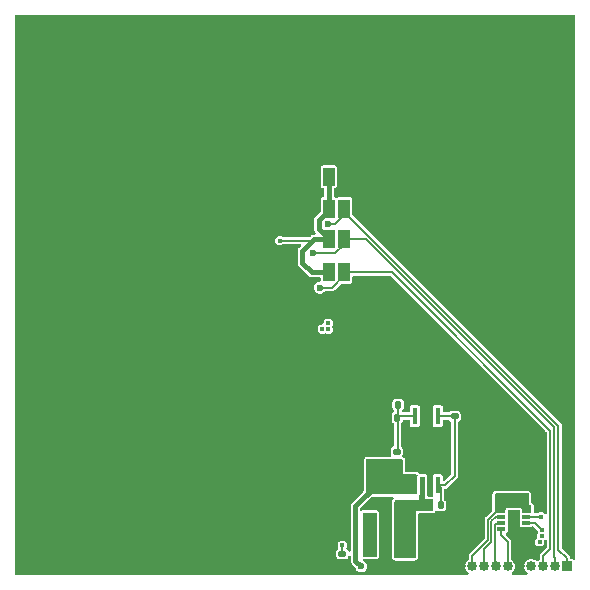
<source format=gbl>
G04 #@! TF.GenerationSoftware,KiCad,Pcbnew,(6.0.1)*
G04 #@! TF.CreationDate,2023-05-09T20:22:02-04:00*
G04 #@! TF.ProjectId,ExternalFaces,45787465-726e-4616-9c46-616365732e6b,rev?*
G04 #@! TF.SameCoordinates,Original*
G04 #@! TF.FileFunction,Copper,L8,Bot*
G04 #@! TF.FilePolarity,Positive*
%FSLAX46Y46*%
G04 Gerber Fmt 4.6, Leading zero omitted, Abs format (unit mm)*
G04 Created by KiCad (PCBNEW (6.0.1)) date 2023-05-09 20:22:02*
%MOMM*%
%LPD*%
G01*
G04 APERTURE LIST*
G04 Aperture macros list*
%AMRoundRect*
0 Rectangle with rounded corners*
0 $1 Rounding radius*
0 $2 $3 $4 $5 $6 $7 $8 $9 X,Y pos of 4 corners*
0 Add a 4 corners polygon primitive as box body*
4,1,4,$2,$3,$4,$5,$6,$7,$8,$9,$2,$3,0*
0 Add four circle primitives for the rounded corners*
1,1,$1+$1,$2,$3*
1,1,$1+$1,$4,$5*
1,1,$1+$1,$6,$7*
1,1,$1+$1,$8,$9*
0 Add four rect primitives between the rounded corners*
20,1,$1+$1,$2,$3,$4,$5,0*
20,1,$1+$1,$4,$5,$6,$7,0*
20,1,$1+$1,$6,$7,$8,$9,0*
20,1,$1+$1,$8,$9,$2,$3,0*%
G04 Aperture macros list end*
G04 #@! TA.AperFunction,SMDPad,CuDef*
%ADD10RoundRect,0.135000X0.185000X-0.135000X0.185000X0.135000X-0.185000X0.135000X-0.185000X-0.135000X0*%
G04 #@! TD*
G04 #@! TA.AperFunction,SMDPad,CuDef*
%ADD11R,1.000000X1.500000*%
G04 #@! TD*
G04 #@! TA.AperFunction,SMDPad,CuDef*
%ADD12RoundRect,0.140000X-0.170000X0.140000X-0.170000X-0.140000X0.170000X-0.140000X0.170000X0.140000X0*%
G04 #@! TD*
G04 #@! TA.AperFunction,SMDPad,CuDef*
%ADD13RoundRect,0.140000X0.170000X-0.140000X0.170000X0.140000X-0.170000X0.140000X-0.170000X-0.140000X0*%
G04 #@! TD*
G04 #@! TA.AperFunction,ComponentPad*
%ADD14R,0.850000X0.850000*%
G04 #@! TD*
G04 #@! TA.AperFunction,ComponentPad*
%ADD15O,0.850000X0.850000*%
G04 #@! TD*
G04 #@! TA.AperFunction,SMDPad,CuDef*
%ADD16R,0.450000X1.475000*%
G04 #@! TD*
G04 #@! TA.AperFunction,SMDPad,CuDef*
%ADD17R,0.700000X0.300000*%
G04 #@! TD*
G04 #@! TA.AperFunction,SMDPad,CuDef*
%ADD18R,1.000000X1.700000*%
G04 #@! TD*
G04 #@! TA.AperFunction,SMDPad,CuDef*
%ADD19RoundRect,0.135000X0.135000X0.185000X-0.135000X0.185000X-0.135000X-0.185000X0.135000X-0.185000X0*%
G04 #@! TD*
G04 #@! TA.AperFunction,SMDPad,CuDef*
%ADD20R,1.200000X3.700000*%
G04 #@! TD*
G04 #@! TA.AperFunction,SMDPad,CuDef*
%ADD21RoundRect,0.140000X0.140000X0.170000X-0.140000X0.170000X-0.140000X-0.170000X0.140000X-0.170000X0*%
G04 #@! TD*
G04 #@! TA.AperFunction,SMDPad,CuDef*
%ADD22R,0.900000X1.200000*%
G04 #@! TD*
G04 #@! TA.AperFunction,ViaPad*
%ADD23C,0.600000*%
G04 #@! TD*
G04 #@! TA.AperFunction,ViaPad*
%ADD24C,0.400000*%
G04 #@! TD*
G04 #@! TA.AperFunction,Conductor*
%ADD25C,0.200000*%
G04 #@! TD*
G04 #@! TA.AperFunction,Conductor*
%ADD26C,0.400000*%
G04 #@! TD*
G04 APERTURE END LIST*
D10*
X139000000Y-111010000D03*
X139000000Y-109990000D03*
D11*
X133250000Y-86700000D03*
X134550000Y-86700000D03*
D12*
X143900000Y-106020000D03*
X143900000Y-106980000D03*
D13*
X148800000Y-113880000D03*
X148800000Y-112920000D03*
D14*
X153400000Y-119700000D03*
D15*
X152400000Y-119700000D03*
X151400000Y-119700000D03*
X150400000Y-119700000D03*
X149400000Y-119700000D03*
X148400000Y-119700000D03*
X147400000Y-119700000D03*
X146400000Y-119700000D03*
X145400000Y-119700000D03*
X144400000Y-119700000D03*
D13*
X137900000Y-110980000D03*
X137900000Y-110020000D03*
D16*
X142475000Y-112838000D03*
X141825000Y-112838000D03*
X141175000Y-112838000D03*
X140525000Y-112838000D03*
X140525000Y-106962000D03*
X141175000Y-106962000D03*
X141825000Y-106962000D03*
X142475000Y-106962000D03*
D17*
X149950000Y-115012500D03*
X149950000Y-115512500D03*
X149950000Y-116012500D03*
X149950000Y-116512500D03*
X147850000Y-116512500D03*
X147850000Y-116012500D03*
X147850000Y-115512500D03*
X147850000Y-115012500D03*
D18*
X148900000Y-115762500D03*
D19*
X139110000Y-106000000D03*
X138090000Y-106000000D03*
D20*
X139500000Y-117000000D03*
X136700000Y-117000000D03*
D12*
X149800000Y-112920000D03*
X149800000Y-113880000D03*
D11*
X133250000Y-94800000D03*
X134550000Y-94800000D03*
D13*
X136800000Y-110980000D03*
X136800000Y-110020000D03*
X147800000Y-113880000D03*
X147800000Y-112920000D03*
D11*
X133250000Y-92000000D03*
X134550000Y-92000000D03*
X133250000Y-89400000D03*
X134550000Y-89400000D03*
D21*
X139060000Y-107100000D03*
X138100000Y-107100000D03*
D12*
X134400000Y-118620000D03*
X134400000Y-119580000D03*
D22*
X138850000Y-112700000D03*
X135550000Y-112700000D03*
D19*
X142710000Y-114500000D03*
X141690000Y-114500000D03*
D23*
X131900000Y-93200000D03*
X108800000Y-118400000D03*
X152300000Y-102700000D03*
X129600000Y-118400000D03*
X152300000Y-93366666D03*
X124500000Y-90800000D03*
X141600000Y-118000000D03*
X124500000Y-99400000D03*
X152300000Y-74700000D03*
X119200000Y-118400000D03*
X127900000Y-90800000D03*
X153600000Y-117500000D03*
X152500000Y-105900000D03*
X152300000Y-84033333D03*
D24*
X129100000Y-92100000D03*
D23*
X133200000Y-90700000D03*
X132500000Y-96100000D03*
X136500000Y-117600000D03*
D24*
X134400000Y-117900000D03*
X132700000Y-99600000D03*
X151200000Y-115500000D03*
X151300000Y-117100000D03*
X133200000Y-99100000D03*
X151300000Y-116600000D03*
X151100000Y-117600000D03*
X133200000Y-99600000D03*
D23*
X136000000Y-119700000D03*
D25*
X133800000Y-93200000D02*
X134550000Y-92450000D01*
X152300000Y-118900000D02*
X152400000Y-119000000D01*
X152300000Y-118900000D02*
X152300000Y-107890584D01*
X152300000Y-107890584D02*
X136409416Y-92000000D01*
X131900000Y-93200000D02*
X133800000Y-93200000D01*
X152400000Y-119000000D02*
X152400000Y-119700000D01*
X136409416Y-92000000D02*
X134550000Y-92000000D01*
X134550000Y-92450000D02*
X134550000Y-92000000D01*
D26*
X131000000Y-93000000D02*
X131000000Y-94000000D01*
X132400000Y-90400000D02*
X132400000Y-91150000D01*
X131000000Y-94000000D02*
X131800000Y-94800000D01*
X131800000Y-94800000D02*
X133250000Y-94800000D01*
X133250000Y-89400000D02*
X133250000Y-86800000D01*
X132400000Y-91150000D02*
X133250000Y-92000000D01*
D25*
X133150000Y-92100000D02*
X133250000Y-92000000D01*
X129100000Y-92100000D02*
X133150000Y-92100000D01*
D26*
X133250000Y-89400000D02*
X133250000Y-89550000D01*
X133250000Y-89550000D02*
X132400000Y-90400000D01*
X132000000Y-92000000D02*
X131000000Y-93000000D01*
X133250000Y-92000000D02*
X132000000Y-92000000D01*
D25*
X153400000Y-119000000D02*
X153400000Y-119700000D01*
X133800000Y-90700000D02*
X133200000Y-90700000D01*
X134550000Y-89950000D02*
X133800000Y-90700000D01*
X134550000Y-89400000D02*
X134550000Y-89850000D01*
X152679002Y-118279002D02*
X153400000Y-119000000D01*
X134550000Y-89850000D02*
X134550000Y-89950000D01*
X134550000Y-89650000D02*
X152679002Y-107779002D01*
X134550000Y-89400000D02*
X134550000Y-89650000D01*
X152679002Y-107779002D02*
X152679002Y-118279002D01*
X138600000Y-94800000D02*
X134550000Y-94800000D01*
X152000000Y-118200000D02*
X152000000Y-108200000D01*
X133500000Y-96100000D02*
X132500000Y-96100000D01*
X152000000Y-108200000D02*
X138600000Y-94800000D01*
X134550000Y-94800000D02*
X134550000Y-95050000D01*
X151400000Y-118800000D02*
X152000000Y-118200000D01*
X151400000Y-119700000D02*
X151400000Y-118800000D01*
X134550000Y-95050000D02*
X133500000Y-96100000D01*
X134400000Y-118620000D02*
X134400000Y-117900000D01*
X146730998Y-117469002D02*
X146730998Y-115751502D01*
X146730998Y-115751502D02*
X147470000Y-115012500D01*
X146730998Y-117469002D02*
X145400000Y-118800000D01*
X145400000Y-118800000D02*
X145400000Y-119700000D01*
X147470000Y-115012500D02*
X147850000Y-115012500D01*
X149950000Y-115512500D02*
X151187500Y-115512500D01*
X149950000Y-116012500D02*
X150712500Y-116012500D01*
X151187500Y-115512500D02*
X151200000Y-115500000D01*
X150712500Y-116012500D02*
X151300000Y-116600000D01*
X148400000Y-117600000D02*
X148400000Y-119700000D01*
X148300000Y-117500000D02*
X148400000Y-117600000D01*
X147850000Y-117050000D02*
X147850000Y-116512500D01*
X148300000Y-117500000D02*
X147850000Y-117050000D01*
X147310000Y-119610000D02*
X147400000Y-119700000D01*
X147310000Y-116172500D02*
X147310000Y-119610000D01*
X147470000Y-116012500D02*
X147310000Y-116172500D01*
X147850000Y-116012500D02*
X147470000Y-116012500D01*
X147020499Y-115871417D02*
X147379416Y-115512500D01*
X147020499Y-117588917D02*
X147020499Y-115871417D01*
X147379416Y-115512500D02*
X147850000Y-115512500D01*
X146400000Y-118209416D02*
X146400000Y-119700000D01*
X147020499Y-117588917D02*
X146400000Y-118209416D01*
D26*
X135500000Y-119200000D02*
X136000000Y-119700000D01*
X135500000Y-114600000D02*
X135500000Y-119200000D01*
X138850000Y-112700000D02*
X137400000Y-112700000D01*
X137400000Y-112700000D02*
X135500000Y-114600000D01*
D25*
X139110000Y-107050000D02*
X139060000Y-107100000D01*
X139080000Y-109910000D02*
X139000000Y-109990000D01*
X139110000Y-106000000D02*
X139110000Y-107050000D01*
X139218000Y-106962000D02*
X139080000Y-107100000D01*
X140525000Y-106962000D02*
X139218000Y-106962000D01*
X139080000Y-107100000D02*
X139080000Y-109910000D01*
X142475000Y-106962000D02*
X143882000Y-106962000D01*
X143900000Y-112000000D02*
X143900000Y-106980000D01*
X143062000Y-112838000D02*
X143900000Y-112000000D01*
X142533000Y-107020000D02*
X142475000Y-106962000D01*
X142710000Y-114500000D02*
X142710000Y-113073000D01*
X143882000Y-106962000D02*
X143900000Y-106980000D01*
X142710000Y-113073000D02*
X142475000Y-112838000D01*
X142475000Y-112838000D02*
X143062000Y-112838000D01*
G04 #@! TA.AperFunction,Conductor*
G36*
X149358691Y-114930907D02*
G01*
X149394655Y-114980407D01*
X149399500Y-115011000D01*
X149399500Y-115182248D01*
X149402572Y-115197690D01*
X149411133Y-115240731D01*
X149407836Y-115241387D01*
X149411203Y-115284164D01*
X149411133Y-115284269D01*
X149399500Y-115342752D01*
X149399500Y-115682248D01*
X149405184Y-115710823D01*
X149411133Y-115740731D01*
X149407836Y-115741387D01*
X149411203Y-115784164D01*
X149411133Y-115784269D01*
X149399500Y-115842752D01*
X149399500Y-116182248D01*
X149402668Y-116198174D01*
X149406590Y-116217890D01*
X149411133Y-116240731D01*
X149455448Y-116307052D01*
X149521769Y-116351367D01*
X149531332Y-116353269D01*
X149531334Y-116353270D01*
X149554005Y-116357779D01*
X149580252Y-116363000D01*
X150319748Y-116363000D01*
X150345995Y-116357779D01*
X150368666Y-116353270D01*
X150368668Y-116353269D01*
X150378231Y-116351367D01*
X150410679Y-116329685D01*
X150465682Y-116313000D01*
X150547021Y-116313000D01*
X150605212Y-116331907D01*
X150617025Y-116341996D01*
X150875429Y-116600400D01*
X150903206Y-116654917D01*
X150914354Y-116725304D01*
X150917890Y-116732243D01*
X150917890Y-116732244D01*
X150954989Y-116805055D01*
X150964560Y-116865487D01*
X150954989Y-116894945D01*
X150914354Y-116974696D01*
X150894508Y-117100000D01*
X150895727Y-117107697D01*
X150906265Y-117174232D01*
X150896694Y-117234664D01*
X150867305Y-117269072D01*
X150861658Y-117271950D01*
X150771950Y-117361658D01*
X150768415Y-117368595D01*
X150768414Y-117368597D01*
X150733888Y-117436358D01*
X150714354Y-117474696D01*
X150713135Y-117482390D01*
X150713135Y-117482391D01*
X150697281Y-117582492D01*
X150694508Y-117600000D01*
X150695727Y-117607697D01*
X150709630Y-117695475D01*
X150714354Y-117725304D01*
X150717890Y-117732243D01*
X150717890Y-117732244D01*
X150739521Y-117774696D01*
X150771950Y-117838342D01*
X150861658Y-117928050D01*
X150868595Y-117931585D01*
X150868597Y-117931586D01*
X150967756Y-117982110D01*
X150974696Y-117985646D01*
X150982390Y-117986865D01*
X150982391Y-117986865D01*
X151092303Y-118004273D01*
X151100000Y-118005492D01*
X151107697Y-118004273D01*
X151217609Y-117986865D01*
X151217610Y-117986865D01*
X151225304Y-117985646D01*
X151232244Y-117982110D01*
X151331403Y-117931586D01*
X151331405Y-117931585D01*
X151338342Y-117928050D01*
X151428050Y-117838342D01*
X151460480Y-117774696D01*
X151482110Y-117732244D01*
X151482110Y-117732243D01*
X151485646Y-117725304D01*
X151490371Y-117695475D01*
X151502719Y-117617508D01*
X151510719Y-117601807D01*
X151502719Y-117582492D01*
X151493735Y-117525768D01*
X151503307Y-117465336D01*
X151532695Y-117430927D01*
X151538342Y-117428050D01*
X151542935Y-117423457D01*
X151600502Y-117404754D01*
X151658692Y-117423662D01*
X151694655Y-117473163D01*
X151699500Y-117503754D01*
X151699500Y-117567005D01*
X151690389Y-117595045D01*
X151699500Y-117632995D01*
X151699500Y-118034521D01*
X151680593Y-118092712D01*
X151670504Y-118104525D01*
X151225349Y-118549680D01*
X151222220Y-118552380D01*
X151217731Y-118554575D01*
X151211513Y-118561278D01*
X151184107Y-118590822D01*
X151181531Y-118593498D01*
X151167752Y-118607277D01*
X151165207Y-118610987D01*
X151161771Y-118614900D01*
X151141599Y-118636646D01*
X151138212Y-118645134D01*
X151138212Y-118645135D01*
X151137334Y-118647336D01*
X151127020Y-118666652D01*
X151125679Y-118668607D01*
X151125678Y-118668610D01*
X151120508Y-118676146D01*
X151114359Y-118702058D01*
X151109986Y-118715884D01*
X151108530Y-118719534D01*
X151100117Y-118740622D01*
X151099500Y-118746915D01*
X151099500Y-118753084D01*
X151096825Y-118775943D01*
X151094660Y-118785066D01*
X151096238Y-118796658D01*
X151098596Y-118813987D01*
X151099500Y-118827337D01*
X151099500Y-119090851D01*
X151080593Y-119149042D01*
X151054910Y-119171054D01*
X151056075Y-119172769D01*
X151051141Y-119176122D01*
X151045835Y-119178861D01*
X151021769Y-119199855D01*
X150964860Y-119249500D01*
X150908581Y-119273505D01*
X150848939Y-119259845D01*
X150833923Y-119248815D01*
X150799709Y-119218332D01*
X150759603Y-119182599D01*
X150732890Y-119168455D01*
X150700500Y-119151306D01*
X150625805Y-119111757D01*
X150620017Y-119110303D01*
X150620014Y-119110302D01*
X150484760Y-119076328D01*
X150484761Y-119076328D01*
X150478972Y-119074874D01*
X150403276Y-119074478D01*
X150333545Y-119074113D01*
X150333543Y-119074113D01*
X150327579Y-119074082D01*
X150321776Y-119075475D01*
X150321777Y-119075475D01*
X150217539Y-119100500D01*
X150180367Y-119109424D01*
X150139634Y-119130448D01*
X150051141Y-119176122D01*
X150051139Y-119176124D01*
X150045835Y-119178861D01*
X149931749Y-119278385D01*
X149928318Y-119283267D01*
X149928317Y-119283268D01*
X149898774Y-119325304D01*
X149844696Y-119402249D01*
X149842529Y-119407807D01*
X149842528Y-119407809D01*
X149791870Y-119537741D01*
X149789702Y-119543302D01*
X149788923Y-119549217D01*
X149788923Y-119549218D01*
X149788602Y-119551660D01*
X149769941Y-119693402D01*
X149770596Y-119699335D01*
X149770596Y-119699339D01*
X149772033Y-119712354D01*
X149786554Y-119843883D01*
X149788606Y-119849490D01*
X149836530Y-119980451D01*
X149836532Y-119980455D01*
X149838582Y-119986057D01*
X149923022Y-120111716D01*
X149927434Y-120115731D01*
X149927437Y-120115734D01*
X150021989Y-120201770D01*
X150034998Y-120213607D01*
X150040242Y-120216454D01*
X150045110Y-120219914D01*
X150043493Y-120222189D01*
X150077840Y-120258395D01*
X150085816Y-120319058D01*
X150056612Y-120372824D01*
X150001382Y-120399155D01*
X149988477Y-120400000D01*
X148811629Y-120400000D01*
X148753438Y-120381093D01*
X148717474Y-120331593D01*
X148717474Y-120270407D01*
X148750483Y-120226919D01*
X148748689Y-120224819D01*
X148773965Y-120203231D01*
X148863810Y-120126495D01*
X148952156Y-120003550D01*
X149008624Y-119863080D01*
X149029956Y-119713196D01*
X149030094Y-119700000D01*
X149023909Y-119648892D01*
X149012623Y-119555623D01*
X149012622Y-119555620D01*
X149011906Y-119549701D01*
X148958392Y-119408080D01*
X148872640Y-119283311D01*
X148838950Y-119253295D01*
X148764057Y-119186567D01*
X148764055Y-119186566D01*
X148759603Y-119182599D01*
X148754332Y-119179808D01*
X148754331Y-119179807D01*
X148753180Y-119179198D01*
X148752614Y-119178614D01*
X148749427Y-119176399D01*
X148749861Y-119175774D01*
X148710598Y-119135262D01*
X148700500Y-119091703D01*
X148700500Y-117653508D01*
X148700803Y-117649383D01*
X148702425Y-117644658D01*
X148700570Y-117595238D01*
X148700500Y-117591525D01*
X148700500Y-117572052D01*
X148699675Y-117567622D01*
X148699338Y-117562417D01*
X148698569Y-117541926D01*
X148698226Y-117532791D01*
X148693681Y-117522212D01*
X148687317Y-117501263D01*
X148686884Y-117498936D01*
X148686882Y-117498931D01*
X148685209Y-117489947D01*
X148671232Y-117467271D01*
X148664548Y-117454404D01*
X148656795Y-117436358D01*
X148656794Y-117436357D01*
X148654036Y-117429937D01*
X148650022Y-117425051D01*
X148645658Y-117420687D01*
X148631387Y-117402632D01*
X148631264Y-117402433D01*
X148626468Y-117394652D01*
X148603231Y-117376982D01*
X148593161Y-117368190D01*
X148238783Y-117013812D01*
X148211006Y-116959295D01*
X148220577Y-116898863D01*
X148263842Y-116855598D01*
X148269065Y-116853190D01*
X148278231Y-116851367D01*
X148344552Y-116807052D01*
X148388867Y-116740731D01*
X148400500Y-116682248D01*
X148400500Y-116342752D01*
X148388867Y-116284269D01*
X148392164Y-116283613D01*
X148388797Y-116240836D01*
X148388867Y-116240731D01*
X148400500Y-116182248D01*
X148400500Y-115842752D01*
X148388867Y-115784269D01*
X148392164Y-115783613D01*
X148388797Y-115740836D01*
X148388867Y-115740731D01*
X148400500Y-115682248D01*
X148400500Y-115342752D01*
X148388867Y-115284269D01*
X148392164Y-115283613D01*
X148388797Y-115240836D01*
X148388867Y-115240731D01*
X148400500Y-115182248D01*
X148400500Y-115011000D01*
X148419407Y-114952809D01*
X148468907Y-114916845D01*
X148499500Y-114912000D01*
X149300500Y-114912000D01*
X149358691Y-114930907D01*
G37*
G04 #@! TD.AperFunction*
G04 #@! TA.AperFunction,Conductor*
G36*
X154059191Y-73018907D02*
G01*
X154095155Y-73068407D01*
X154100000Y-73099000D01*
X154100000Y-119032394D01*
X154081093Y-119090585D01*
X154031593Y-119126549D01*
X153970407Y-119126549D01*
X153945999Y-119114709D01*
X153911343Y-119091553D01*
X153911342Y-119091552D01*
X153903231Y-119086133D01*
X153893668Y-119084231D01*
X153893666Y-119084230D01*
X153870995Y-119079721D01*
X153844748Y-119074500D01*
X153799500Y-119074500D01*
X153741309Y-119055593D01*
X153705345Y-119006093D01*
X153701388Y-118981108D01*
X153700919Y-118981151D01*
X153700500Y-118976610D01*
X153700500Y-118972052D01*
X153699675Y-118967622D01*
X153699338Y-118962417D01*
X153698569Y-118941925D01*
X153698226Y-118932792D01*
X153694620Y-118924398D01*
X153694619Y-118924395D01*
X153693683Y-118922217D01*
X153687317Y-118901266D01*
X153685209Y-118889947D01*
X153671232Y-118867271D01*
X153664548Y-118854404D01*
X153656795Y-118836358D01*
X153656794Y-118836357D01*
X153654036Y-118829937D01*
X153650022Y-118825051D01*
X153645658Y-118820687D01*
X153631387Y-118802632D01*
X153631264Y-118802433D01*
X153626468Y-118794652D01*
X153603231Y-118776982D01*
X153593161Y-118768190D01*
X153008498Y-118183527D01*
X152980721Y-118129010D01*
X152979502Y-118113523D01*
X152979502Y-107832516D01*
X152979805Y-107828387D01*
X152981428Y-107823660D01*
X152979572Y-107774225D01*
X152979502Y-107770511D01*
X152979502Y-107751054D01*
X152978677Y-107746624D01*
X152978341Y-107741438D01*
X152977571Y-107720927D01*
X152977571Y-107720926D01*
X152977228Y-107711794D01*
X152973622Y-107703400D01*
X152973621Y-107703397D01*
X152972685Y-107701219D01*
X152966319Y-107680268D01*
X152964211Y-107668949D01*
X152950232Y-107646271D01*
X152943552Y-107633411D01*
X152935794Y-107615355D01*
X152933038Y-107608940D01*
X152929025Y-107604054D01*
X152924660Y-107599689D01*
X152910389Y-107581634D01*
X152910266Y-107581435D01*
X152905470Y-107573654D01*
X152882233Y-107555984D01*
X152872163Y-107547192D01*
X135279496Y-89954525D01*
X135251719Y-89900008D01*
X135250500Y-89884521D01*
X135250500Y-88630252D01*
X135238867Y-88571769D01*
X135194552Y-88505448D01*
X135128231Y-88461133D01*
X135118668Y-88459231D01*
X135118666Y-88459230D01*
X135095995Y-88454721D01*
X135069748Y-88449500D01*
X134030252Y-88449500D01*
X134004005Y-88454721D01*
X133981334Y-88459230D01*
X133981332Y-88459231D01*
X133971769Y-88461133D01*
X133955002Y-88472337D01*
X133896116Y-88488946D01*
X133844998Y-88472337D01*
X133828231Y-88461133D01*
X133818668Y-88459231D01*
X133818666Y-88459230D01*
X133795995Y-88454721D01*
X133769748Y-88449500D01*
X133749500Y-88449500D01*
X133691309Y-88430593D01*
X133655345Y-88381093D01*
X133650500Y-88350500D01*
X133650500Y-87749500D01*
X133669407Y-87691309D01*
X133718907Y-87655345D01*
X133749500Y-87650500D01*
X133769748Y-87650500D01*
X133795995Y-87645279D01*
X133818666Y-87640770D01*
X133818668Y-87640769D01*
X133828231Y-87638867D01*
X133894552Y-87594552D01*
X133938867Y-87528231D01*
X133950500Y-87469748D01*
X133950500Y-85930252D01*
X133938867Y-85871769D01*
X133894552Y-85805448D01*
X133828231Y-85761133D01*
X133818668Y-85759231D01*
X133818666Y-85759230D01*
X133795995Y-85754721D01*
X133769748Y-85749500D01*
X132730252Y-85749500D01*
X132704005Y-85754721D01*
X132681334Y-85759230D01*
X132681332Y-85759231D01*
X132671769Y-85761133D01*
X132605448Y-85805448D01*
X132561133Y-85871769D01*
X132549500Y-85930252D01*
X132549500Y-87469748D01*
X132561133Y-87528231D01*
X132605448Y-87594552D01*
X132671769Y-87638867D01*
X132681332Y-87640769D01*
X132681334Y-87640770D01*
X132704005Y-87645279D01*
X132730252Y-87650500D01*
X132750500Y-87650500D01*
X132808691Y-87669407D01*
X132844655Y-87718907D01*
X132849500Y-87749500D01*
X132849500Y-88350500D01*
X132830593Y-88408691D01*
X132781093Y-88444655D01*
X132750500Y-88449500D01*
X132730252Y-88449500D01*
X132704005Y-88454721D01*
X132681334Y-88459230D01*
X132681332Y-88459231D01*
X132671769Y-88461133D01*
X132605448Y-88505448D01*
X132561133Y-88571769D01*
X132549500Y-88630252D01*
X132549500Y-89643099D01*
X132530593Y-89701290D01*
X132520504Y-89713103D01*
X132094516Y-90139091D01*
X132094513Y-90139095D01*
X132071950Y-90161658D01*
X132060998Y-90183154D01*
X132052884Y-90196393D01*
X132038704Y-90215910D01*
X132036296Y-90223321D01*
X132031248Y-90238857D01*
X132025305Y-90253203D01*
X132014354Y-90274696D01*
X132013136Y-90282389D01*
X132013135Y-90282391D01*
X132010581Y-90298519D01*
X132006956Y-90313620D01*
X131999500Y-90336567D01*
X131999500Y-91213433D01*
X132006544Y-91235110D01*
X132006955Y-91236375D01*
X132010581Y-91251481D01*
X132014354Y-91275304D01*
X132025305Y-91296797D01*
X132031248Y-91311143D01*
X132038704Y-91334090D01*
X132043285Y-91340395D01*
X132052883Y-91353605D01*
X132060998Y-91366846D01*
X132071950Y-91388342D01*
X132094513Y-91410905D01*
X132094516Y-91410909D01*
X132114103Y-91430496D01*
X132141880Y-91485013D01*
X132132309Y-91545445D01*
X132089044Y-91588710D01*
X132044099Y-91599500D01*
X131936567Y-91599500D01*
X131929160Y-91601907D01*
X131929158Y-91601907D01*
X131913621Y-91606955D01*
X131898517Y-91610581D01*
X131882392Y-91613135D01*
X131882391Y-91613135D01*
X131874696Y-91614354D01*
X131853203Y-91625305D01*
X131838859Y-91631247D01*
X131815911Y-91638703D01*
X131809610Y-91643281D01*
X131809606Y-91643283D01*
X131796387Y-91652887D01*
X131783146Y-91661001D01*
X131761658Y-91671950D01*
X131739095Y-91694513D01*
X131739091Y-91694516D01*
X131663103Y-91770504D01*
X131608586Y-91798281D01*
X131593099Y-91799500D01*
X129406356Y-91799500D01*
X129348167Y-91780594D01*
X129343848Y-91777456D01*
X129338342Y-91771950D01*
X129225304Y-91714354D01*
X129217610Y-91713135D01*
X129217609Y-91713135D01*
X129107697Y-91695727D01*
X129100000Y-91694508D01*
X129092303Y-91695727D01*
X128982391Y-91713135D01*
X128982390Y-91713135D01*
X128974696Y-91714354D01*
X128967757Y-91717890D01*
X128967756Y-91717890D01*
X128868597Y-91768414D01*
X128868595Y-91768415D01*
X128861658Y-91771950D01*
X128771950Y-91861658D01*
X128714354Y-91974696D01*
X128694508Y-92100000D01*
X128714354Y-92225304D01*
X128717890Y-92232243D01*
X128717890Y-92232244D01*
X128767443Y-92329496D01*
X128771950Y-92338342D01*
X128861658Y-92428050D01*
X128868595Y-92431585D01*
X128868597Y-92431586D01*
X128941844Y-92468907D01*
X128974696Y-92485646D01*
X128982390Y-92486865D01*
X128982391Y-92486865D01*
X129092303Y-92504273D01*
X129100000Y-92505492D01*
X129107697Y-92504273D01*
X129217609Y-92486865D01*
X129217610Y-92486865D01*
X129225304Y-92485646D01*
X129338342Y-92428050D01*
X129343849Y-92422543D01*
X129348167Y-92419406D01*
X129406356Y-92400500D01*
X130794099Y-92400500D01*
X130852290Y-92419407D01*
X130888254Y-92468907D01*
X130888254Y-92530093D01*
X130864103Y-92569504D01*
X130694516Y-92739091D01*
X130694513Y-92739095D01*
X130671950Y-92761658D01*
X130660998Y-92783154D01*
X130652884Y-92796393D01*
X130638704Y-92815910D01*
X130636296Y-92823321D01*
X130631248Y-92838857D01*
X130625305Y-92853203D01*
X130614354Y-92874696D01*
X130613136Y-92882389D01*
X130613135Y-92882391D01*
X130610581Y-92898519D01*
X130606956Y-92913620D01*
X130599500Y-92936567D01*
X130599500Y-94063433D01*
X130606955Y-94086375D01*
X130610581Y-94101481D01*
X130614354Y-94125304D01*
X130625305Y-94146797D01*
X130631248Y-94161143D01*
X130638704Y-94184090D01*
X130643285Y-94190395D01*
X130652883Y-94203605D01*
X130660998Y-94216846D01*
X130671950Y-94238342D01*
X130694513Y-94260905D01*
X130694516Y-94260909D01*
X131539091Y-95105484D01*
X131539095Y-95105487D01*
X131561658Y-95128050D01*
X131568595Y-95131584D01*
X131568597Y-95131586D01*
X131583151Y-95139001D01*
X131596390Y-95147113D01*
X131615911Y-95161296D01*
X131623316Y-95163702D01*
X131623320Y-95163704D01*
X131638855Y-95168751D01*
X131653201Y-95174694D01*
X131674696Y-95185646D01*
X131682389Y-95186864D01*
X131682391Y-95186865D01*
X131698519Y-95189419D01*
X131713620Y-95193044D01*
X131736567Y-95200500D01*
X132450500Y-95200500D01*
X132508691Y-95219407D01*
X132544655Y-95268907D01*
X132549500Y-95299500D01*
X132549500Y-95500146D01*
X132530593Y-95558337D01*
X132481093Y-95594301D01*
X132449896Y-95599144D01*
X132438428Y-95599074D01*
X132438427Y-95599074D01*
X132431376Y-95599031D01*
X132424599Y-95600968D01*
X132424598Y-95600968D01*
X132300309Y-95636490D01*
X132300307Y-95636491D01*
X132293529Y-95638428D01*
X132172280Y-95714930D01*
X132167613Y-95720214D01*
X132167611Y-95720216D01*
X132082044Y-95817103D01*
X132082042Y-95817105D01*
X132077377Y-95822388D01*
X132016447Y-95952163D01*
X131994391Y-96093823D01*
X132012980Y-96235979D01*
X132015821Y-96242435D01*
X132015821Y-96242436D01*
X132063157Y-96350014D01*
X132070720Y-96367203D01*
X132097867Y-96399498D01*
X132158431Y-96471549D01*
X132158434Y-96471551D01*
X132162970Y-96476948D01*
X132168841Y-96480856D01*
X132168842Y-96480857D01*
X132181143Y-96489045D01*
X132282313Y-96556390D01*
X132382920Y-96587821D01*
X132412425Y-96597039D01*
X132412426Y-96597039D01*
X132419157Y-96599142D01*
X132490828Y-96600456D01*
X132555445Y-96601641D01*
X132555447Y-96601641D01*
X132562499Y-96601770D01*
X132569302Y-96599915D01*
X132569304Y-96599915D01*
X132644503Y-96579413D01*
X132700817Y-96564060D01*
X132822991Y-96489045D01*
X132830403Y-96480857D01*
X132873662Y-96433064D01*
X132926730Y-96402610D01*
X132947060Y-96400500D01*
X133446492Y-96400500D01*
X133450617Y-96400803D01*
X133455342Y-96402425D01*
X133504761Y-96400570D01*
X133508474Y-96400500D01*
X133527948Y-96400500D01*
X133532378Y-96399675D01*
X133537571Y-96399339D01*
X133553602Y-96398737D01*
X133558075Y-96398569D01*
X133567208Y-96398226D01*
X133575602Y-96394620D01*
X133575605Y-96394619D01*
X133577783Y-96393683D01*
X133598734Y-96387317D01*
X133610053Y-96385209D01*
X133632729Y-96371232D01*
X133645596Y-96364548D01*
X133663642Y-96356795D01*
X133663643Y-96356794D01*
X133670063Y-96354036D01*
X133674949Y-96350022D01*
X133679313Y-96345658D01*
X133697368Y-96331387D01*
X133705348Y-96326468D01*
X133723018Y-96303231D01*
X133731810Y-96293161D01*
X134245476Y-95779496D01*
X134299993Y-95751719D01*
X134315480Y-95750500D01*
X135069748Y-95750500D01*
X135095995Y-95745279D01*
X135118666Y-95740770D01*
X135118668Y-95740769D01*
X135128231Y-95738867D01*
X135194552Y-95694552D01*
X135238867Y-95628231D01*
X135244525Y-95599789D01*
X135249552Y-95574512D01*
X135250500Y-95569748D01*
X135250500Y-95199500D01*
X135269407Y-95141309D01*
X135318907Y-95105345D01*
X135349500Y-95100500D01*
X138434521Y-95100500D01*
X138492712Y-95119407D01*
X138504525Y-95129496D01*
X151670504Y-108295475D01*
X151698281Y-108349992D01*
X151699500Y-108365479D01*
X151699500Y-115195021D01*
X151680593Y-115253212D01*
X151631093Y-115289176D01*
X151569907Y-115289176D01*
X151529726Y-115259982D01*
X151528050Y-115261658D01*
X151438342Y-115171950D01*
X151431405Y-115168415D01*
X151431403Y-115168414D01*
X151332244Y-115117890D01*
X151332243Y-115117890D01*
X151325304Y-115114354D01*
X151317610Y-115113135D01*
X151317609Y-115113135D01*
X151207697Y-115095727D01*
X151200000Y-115094508D01*
X151192303Y-115095727D01*
X151082391Y-115113135D01*
X151082390Y-115113135D01*
X151074696Y-115114354D01*
X151067757Y-115117890D01*
X151067756Y-115117890D01*
X150968597Y-115168414D01*
X150968595Y-115168415D01*
X150961658Y-115171950D01*
X150950604Y-115183004D01*
X150896087Y-115210781D01*
X150880600Y-115212000D01*
X150692315Y-115212000D01*
X150634124Y-115193093D01*
X150598160Y-115143593D01*
X150594534Y-115097514D01*
X150599391Y-115066848D01*
X150599391Y-115066843D01*
X150600000Y-115063000D01*
X150600000Y-114599000D01*
X150597538Y-114567716D01*
X150592693Y-114537123D01*
X150590460Y-114531733D01*
X150590459Y-114531728D01*
X150566835Y-114474696D01*
X150556958Y-114450850D01*
X150520994Y-114401350D01*
X150497403Y-114374347D01*
X150476165Y-114361658D01*
X150448223Y-114344963D01*
X150407967Y-114298887D01*
X150400000Y-114259977D01*
X150400000Y-113599000D01*
X150397538Y-113567716D01*
X150392693Y-113537123D01*
X150390460Y-113531733D01*
X150390459Y-113531728D01*
X150359194Y-113456249D01*
X150356958Y-113450850D01*
X150320994Y-113401350D01*
X150307428Y-113385822D01*
X150302528Y-113380213D01*
X150302527Y-113380212D01*
X150297403Y-113374347D01*
X150277747Y-113362603D01*
X150225763Y-113331545D01*
X150225764Y-113331545D01*
X150220993Y-113328695D01*
X150215714Y-113326980D01*
X150215710Y-113326978D01*
X150166505Y-113310991D01*
X150166503Y-113310991D01*
X150162802Y-113309788D01*
X150158958Y-113309179D01*
X150158953Y-113309178D01*
X150104848Y-113300609D01*
X150104843Y-113300609D01*
X150101000Y-113300000D01*
X147399000Y-113300000D01*
X147367716Y-113302462D01*
X147337123Y-113307307D01*
X147331733Y-113309540D01*
X147331728Y-113309541D01*
X147289632Y-113326978D01*
X147250850Y-113343042D01*
X147201350Y-113379006D01*
X147174347Y-113402597D01*
X147128695Y-113479007D01*
X147109788Y-113537198D01*
X147109179Y-113541042D01*
X147109178Y-113541047D01*
X147101328Y-113590616D01*
X147100000Y-113599000D01*
X147100000Y-114916520D01*
X147081093Y-114974711D01*
X147071004Y-114986524D01*
X146556347Y-115501182D01*
X146553218Y-115503882D01*
X146548729Y-115506077D01*
X146542511Y-115512780D01*
X146515105Y-115542324D01*
X146512529Y-115545000D01*
X146498750Y-115558779D01*
X146496205Y-115562489D01*
X146492769Y-115566402D01*
X146472597Y-115588148D01*
X146469210Y-115596636D01*
X146469210Y-115596637D01*
X146468332Y-115598838D01*
X146458018Y-115618154D01*
X146456677Y-115620109D01*
X146456676Y-115620112D01*
X146451506Y-115627648D01*
X146449396Y-115636540D01*
X146445357Y-115653560D01*
X146440984Y-115667386D01*
X146436993Y-115677390D01*
X146431115Y-115692124D01*
X146430498Y-115698417D01*
X146430498Y-115704586D01*
X146427823Y-115727445D01*
X146425658Y-115736568D01*
X146429187Y-115762500D01*
X146429594Y-115765489D01*
X146430498Y-115778839D01*
X146430498Y-117303523D01*
X146411591Y-117361714D01*
X146401502Y-117373527D01*
X145225349Y-118549680D01*
X145222220Y-118552380D01*
X145217731Y-118554575D01*
X145211513Y-118561278D01*
X145184107Y-118590822D01*
X145181531Y-118593498D01*
X145167752Y-118607277D01*
X145165207Y-118610987D01*
X145161771Y-118614900D01*
X145141599Y-118636646D01*
X145138212Y-118645134D01*
X145138212Y-118645135D01*
X145137334Y-118647336D01*
X145127020Y-118666652D01*
X145125679Y-118668607D01*
X145125678Y-118668610D01*
X145120508Y-118676146D01*
X145114359Y-118702058D01*
X145109986Y-118715884D01*
X145108530Y-118719534D01*
X145100117Y-118740622D01*
X145099500Y-118746915D01*
X145099500Y-118753084D01*
X145096825Y-118775943D01*
X145094660Y-118785066D01*
X145096238Y-118796658D01*
X145098596Y-118813987D01*
X145099500Y-118827337D01*
X145099500Y-119090851D01*
X145080593Y-119149042D01*
X145054910Y-119171054D01*
X145056075Y-119172769D01*
X145051141Y-119176122D01*
X145045835Y-119178861D01*
X144931749Y-119278385D01*
X144928318Y-119283267D01*
X144928317Y-119283268D01*
X144898774Y-119325304D01*
X144844696Y-119402249D01*
X144842529Y-119407807D01*
X144842528Y-119407809D01*
X144791870Y-119537741D01*
X144789702Y-119543302D01*
X144788923Y-119549217D01*
X144788923Y-119549218D01*
X144788602Y-119551660D01*
X144769941Y-119693402D01*
X144770596Y-119699335D01*
X144770596Y-119699339D01*
X144772033Y-119712354D01*
X144786554Y-119843883D01*
X144788606Y-119849490D01*
X144836530Y-119980451D01*
X144836532Y-119980455D01*
X144838582Y-119986057D01*
X144923022Y-120111716D01*
X144927434Y-120115731D01*
X144927437Y-120115734D01*
X145021989Y-120201770D01*
X145034998Y-120213607D01*
X145040242Y-120216454D01*
X145045110Y-120219914D01*
X145043493Y-120222189D01*
X145077840Y-120258395D01*
X145085816Y-120319058D01*
X145056612Y-120372824D01*
X145001382Y-120399155D01*
X144988477Y-120400000D01*
X106799000Y-120400000D01*
X106740809Y-120381093D01*
X106704845Y-120331593D01*
X106700000Y-120301000D01*
X106700000Y-118440099D01*
X133889500Y-118440099D01*
X133889501Y-118799900D01*
X133889924Y-118803110D01*
X133889924Y-118803117D01*
X133894300Y-118836358D01*
X133896028Y-118849487D01*
X133907820Y-118874775D01*
X133939133Y-118941925D01*
X133946776Y-118958316D01*
X134031684Y-119043224D01*
X134039532Y-119046884D01*
X134039534Y-119046885D01*
X134133528Y-119090715D01*
X134140513Y-119093972D01*
X134190099Y-119100500D01*
X134399967Y-119100500D01*
X134609900Y-119100499D01*
X134613110Y-119100076D01*
X134613117Y-119100076D01*
X134651975Y-119094961D01*
X134651976Y-119094961D01*
X134659487Y-119093972D01*
X134724543Y-119063636D01*
X134760466Y-119046885D01*
X134760468Y-119046884D01*
X134768316Y-119043224D01*
X134853224Y-118958316D01*
X134860868Y-118941925D01*
X134900771Y-118856352D01*
X134900771Y-118856351D01*
X134903972Y-118849487D01*
X134904960Y-118841979D01*
X134905456Y-118840279D01*
X134939892Y-118789705D01*
X134997478Y-118769030D01*
X135056219Y-118786153D01*
X135093677Y-118834532D01*
X135099500Y-118867984D01*
X135099500Y-119263433D01*
X135106955Y-119286375D01*
X135110581Y-119301481D01*
X135114354Y-119325304D01*
X135125305Y-119346797D01*
X135131248Y-119361143D01*
X135138704Y-119384090D01*
X135152560Y-119403160D01*
X135152883Y-119403605D01*
X135160998Y-119416846D01*
X135171950Y-119438342D01*
X135194513Y-119460905D01*
X135194516Y-119460909D01*
X135480668Y-119747061D01*
X135508828Y-119804228D01*
X135512980Y-119835979D01*
X135515818Y-119842430D01*
X135515819Y-119842432D01*
X135527342Y-119868619D01*
X135570720Y-119967203D01*
X135588187Y-119987982D01*
X135658431Y-120071549D01*
X135658434Y-120071551D01*
X135662970Y-120076948D01*
X135668841Y-120080856D01*
X135668842Y-120080857D01*
X135681143Y-120089045D01*
X135782313Y-120156390D01*
X135882920Y-120187821D01*
X135912425Y-120197039D01*
X135912426Y-120197039D01*
X135919157Y-120199142D01*
X135990828Y-120200456D01*
X136055445Y-120201641D01*
X136055447Y-120201641D01*
X136062499Y-120201770D01*
X136069302Y-120199915D01*
X136069304Y-120199915D01*
X136144503Y-120179413D01*
X136200817Y-120164060D01*
X136322991Y-120089045D01*
X136330403Y-120080857D01*
X136414468Y-119987982D01*
X136419200Y-119982754D01*
X136481710Y-119853733D01*
X136483368Y-119843883D01*
X136504862Y-119716124D01*
X136504862Y-119716120D01*
X136505496Y-119712354D01*
X136505647Y-119700000D01*
X136485323Y-119558082D01*
X136425984Y-119427572D01*
X136332400Y-119318963D01*
X136212095Y-119240985D01*
X136205986Y-119239158D01*
X136161322Y-119197798D01*
X136149437Y-119137778D01*
X136175102Y-119082235D01*
X136228512Y-119052385D01*
X136247741Y-119050500D01*
X137319748Y-119050500D01*
X137349118Y-119044658D01*
X137368666Y-119040770D01*
X137368668Y-119040769D01*
X137378231Y-119038867D01*
X137444552Y-118994552D01*
X137488867Y-118928231D01*
X137494672Y-118899050D01*
X137499552Y-118874512D01*
X137500500Y-118869748D01*
X137500500Y-115130252D01*
X137488867Y-115071769D01*
X137444552Y-115005448D01*
X137378231Y-114961133D01*
X137368668Y-114959231D01*
X137368666Y-114959230D01*
X137336383Y-114952809D01*
X137319748Y-114949500D01*
X136080252Y-114949500D01*
X136021769Y-114961133D01*
X136021146Y-114958001D01*
X135976389Y-114961524D01*
X135924220Y-114929554D01*
X135900805Y-114873026D01*
X135900500Y-114865259D01*
X135900500Y-114806901D01*
X135919407Y-114748710D01*
X135929496Y-114736897D01*
X136837397Y-113828996D01*
X136891914Y-113801219D01*
X136907401Y-113800000D01*
X138643050Y-113800000D01*
X138701241Y-113818907D01*
X138737205Y-113868407D01*
X138737205Y-113929593D01*
X138704777Y-113976400D01*
X138703140Y-113977705D01*
X138701350Y-113979006D01*
X138674347Y-114002597D01*
X138628695Y-114079007D01*
X138626980Y-114084286D01*
X138626978Y-114084290D01*
X138610991Y-114133495D01*
X138609788Y-114137198D01*
X138600000Y-114199000D01*
X138600000Y-118901000D01*
X138602462Y-118932284D01*
X138607307Y-118962877D01*
X138609540Y-118968267D01*
X138609541Y-118968272D01*
X138623126Y-119001069D01*
X138643042Y-119049150D01*
X138679006Y-119098650D01*
X138688419Y-119109424D01*
X138697255Y-119119538D01*
X138702597Y-119125653D01*
X138709284Y-119129648D01*
X138709285Y-119129649D01*
X138712455Y-119131543D01*
X138779007Y-119171305D01*
X138784286Y-119173020D01*
X138784290Y-119173022D01*
X138833495Y-119189009D01*
X138837198Y-119190212D01*
X138841042Y-119190821D01*
X138841047Y-119190822D01*
X138895152Y-119199391D01*
X138895157Y-119199391D01*
X138899000Y-119200000D01*
X140501000Y-119200000D01*
X140532284Y-119197538D01*
X140562877Y-119192693D01*
X140568267Y-119190460D01*
X140568272Y-119190459D01*
X140628416Y-119165546D01*
X140649150Y-119156958D01*
X140698650Y-119120994D01*
X140725653Y-119097403D01*
X140729727Y-119090585D01*
X140768455Y-119025763D01*
X140771305Y-119020993D01*
X140776147Y-119006093D01*
X140789009Y-118966505D01*
X140789009Y-118966503D01*
X140790212Y-118962802D01*
X140790822Y-118958953D01*
X140799391Y-118904848D01*
X140799391Y-118904843D01*
X140800000Y-118901000D01*
X140800000Y-115299000D01*
X140818907Y-115240809D01*
X140868407Y-115204845D01*
X140899000Y-115200000D01*
X142001000Y-115200000D01*
X142032284Y-115197538D01*
X142062877Y-115192693D01*
X142068267Y-115190460D01*
X142068272Y-115190459D01*
X142121492Y-115168414D01*
X142149150Y-115156958D01*
X142198650Y-115120994D01*
X142225653Y-115097403D01*
X142271305Y-115020993D01*
X142271496Y-115021107D01*
X142310937Y-114977958D01*
X142370879Y-114965687D01*
X142401629Y-114974339D01*
X142486827Y-115014068D01*
X142535684Y-115020500D01*
X142884316Y-115020500D01*
X142933173Y-115014068D01*
X142963280Y-115000029D01*
X143032554Y-114967726D01*
X143032556Y-114967725D01*
X143040404Y-114964065D01*
X143124065Y-114880404D01*
X143131128Y-114865259D01*
X143170865Y-114780042D01*
X143170865Y-114780041D01*
X143174068Y-114773173D01*
X143180500Y-114724316D01*
X143180500Y-114275684D01*
X143174068Y-114226827D01*
X143132273Y-114137198D01*
X143127726Y-114127446D01*
X143127725Y-114127444D01*
X143124065Y-114119596D01*
X143040404Y-114035935D01*
X143042930Y-114033409D01*
X143015889Y-113997512D01*
X143010500Y-113965295D01*
X143010500Y-113236035D01*
X143029407Y-113177844D01*
X143078907Y-113141880D01*
X143105784Y-113137105D01*
X143116504Y-113136703D01*
X143120076Y-113136569D01*
X143120077Y-113136569D01*
X143129208Y-113136226D01*
X143137602Y-113132620D01*
X143137605Y-113132619D01*
X143139783Y-113131683D01*
X143160734Y-113125317D01*
X143172053Y-113123209D01*
X143194729Y-113109232D01*
X143207596Y-113102548D01*
X143225642Y-113094795D01*
X143225643Y-113094794D01*
X143232063Y-113092036D01*
X143236949Y-113088022D01*
X143241313Y-113083658D01*
X143259368Y-113069387D01*
X143267348Y-113064468D01*
X143285018Y-113041231D01*
X143293810Y-113031161D01*
X144074651Y-112250320D01*
X144077780Y-112247620D01*
X144082269Y-112245425D01*
X144115893Y-112209178D01*
X144118469Y-112206502D01*
X144132248Y-112192723D01*
X144134793Y-112189013D01*
X144138229Y-112185100D01*
X144152185Y-112170055D01*
X144158401Y-112163354D01*
X144162666Y-112152664D01*
X144172980Y-112133348D01*
X144174321Y-112131393D01*
X144174322Y-112131390D01*
X144179492Y-112123854D01*
X144185641Y-112097941D01*
X144190014Y-112084116D01*
X144197294Y-112065868D01*
X144197294Y-112065866D01*
X144199883Y-112059378D01*
X144200500Y-112053085D01*
X144200500Y-112046916D01*
X144203175Y-112024057D01*
X144203230Y-112023827D01*
X144203230Y-112023825D01*
X144205340Y-112014934D01*
X144201404Y-111986012D01*
X144200500Y-111972663D01*
X144200500Y-107497917D01*
X144219407Y-107439726D01*
X144257664Y-107408191D01*
X144260467Y-107406884D01*
X144268316Y-107403224D01*
X144353224Y-107318316D01*
X144357149Y-107309900D01*
X144400769Y-107216356D01*
X144403972Y-107209487D01*
X144410500Y-107159901D01*
X144410499Y-106800100D01*
X144403972Y-106750513D01*
X144380980Y-106701208D01*
X144356885Y-106649534D01*
X144356884Y-106649532D01*
X144353224Y-106641684D01*
X144268316Y-106556776D01*
X144260468Y-106553116D01*
X144260466Y-106553115D01*
X144166356Y-106509231D01*
X144159487Y-106506028D01*
X144109901Y-106499500D01*
X143900033Y-106499500D01*
X143690100Y-106499501D01*
X143686890Y-106499924D01*
X143686883Y-106499924D01*
X143648025Y-106505039D01*
X143648024Y-106505039D01*
X143640513Y-106506028D01*
X143591208Y-106529020D01*
X143539534Y-106553115D01*
X143539532Y-106553116D01*
X143531684Y-106556776D01*
X143455956Y-106632504D01*
X143401439Y-106660281D01*
X143385952Y-106661500D01*
X142999500Y-106661500D01*
X142941309Y-106642593D01*
X142905345Y-106593093D01*
X142900500Y-106562500D01*
X142900500Y-106204752D01*
X142888867Y-106146269D01*
X142844552Y-106079948D01*
X142778231Y-106035633D01*
X142768668Y-106033731D01*
X142768666Y-106033730D01*
X142745995Y-106029221D01*
X142719748Y-106024000D01*
X142230252Y-106024000D01*
X142204005Y-106029221D01*
X142181334Y-106033730D01*
X142181332Y-106033731D01*
X142171769Y-106035633D01*
X142105448Y-106079948D01*
X142061133Y-106146269D01*
X142049500Y-106204752D01*
X142049500Y-107719248D01*
X142050448Y-107724012D01*
X142056735Y-107755619D01*
X142061133Y-107777731D01*
X142105448Y-107844052D01*
X142171769Y-107888367D01*
X142181332Y-107890269D01*
X142181334Y-107890270D01*
X142204005Y-107894779D01*
X142230252Y-107900000D01*
X142719748Y-107900000D01*
X142745995Y-107894779D01*
X142768666Y-107890270D01*
X142768668Y-107890269D01*
X142778231Y-107888367D01*
X142844552Y-107844052D01*
X142888867Y-107777731D01*
X142893266Y-107755619D01*
X142899552Y-107724012D01*
X142900500Y-107719248D01*
X142900500Y-107361500D01*
X142919407Y-107303309D01*
X142968907Y-107267345D01*
X142999500Y-107262500D01*
X143357993Y-107262500D01*
X143416184Y-107281407D01*
X143439090Y-107304717D01*
X143443116Y-107310466D01*
X143446776Y-107318316D01*
X143531684Y-107403224D01*
X143539533Y-107406884D01*
X143542336Y-107408191D01*
X143545160Y-107410824D01*
X143546628Y-107411852D01*
X143546484Y-107412058D01*
X143587085Y-107449917D01*
X143599500Y-107497917D01*
X143599500Y-111834521D01*
X143580593Y-111892712D01*
X143570504Y-111904525D01*
X143069504Y-112405525D01*
X143014987Y-112433302D01*
X142954555Y-112423731D01*
X142911290Y-112380466D01*
X142900500Y-112335521D01*
X142900500Y-112080752D01*
X142888867Y-112022269D01*
X142844552Y-111955948D01*
X142778231Y-111911633D01*
X142768668Y-111909731D01*
X142768666Y-111909730D01*
X142745995Y-111905221D01*
X142719748Y-111900000D01*
X142230252Y-111900000D01*
X142204005Y-111905221D01*
X142181334Y-111909730D01*
X142181332Y-111909731D01*
X142171769Y-111911633D01*
X142105448Y-111955948D01*
X142061133Y-112022269D01*
X142049500Y-112080752D01*
X142049500Y-113595248D01*
X142061133Y-113653731D01*
X142066551Y-113661839D01*
X142067078Y-113663112D01*
X142071880Y-113724109D01*
X142039912Y-113776279D01*
X141983384Y-113799695D01*
X141975615Y-113800000D01*
X141699000Y-113800000D01*
X141640809Y-113781093D01*
X141604845Y-113731593D01*
X141600000Y-113701000D01*
X141600000Y-113600323D01*
X141600167Y-113596921D01*
X141600500Y-113595248D01*
X141600500Y-112080752D01*
X141588867Y-112022269D01*
X141544552Y-111955948D01*
X141478231Y-111911633D01*
X141468668Y-111909731D01*
X141468666Y-111909730D01*
X141445995Y-111905221D01*
X141419748Y-111900000D01*
X141006457Y-111900000D01*
X140948266Y-111881093D01*
X140921991Y-111851692D01*
X140921631Y-111850850D01*
X140885667Y-111801350D01*
X140862076Y-111774347D01*
X140785666Y-111728695D01*
X140780387Y-111726980D01*
X140780383Y-111726978D01*
X140731178Y-111710991D01*
X140731176Y-111710991D01*
X140727475Y-111709788D01*
X140723631Y-111709179D01*
X140723626Y-111709178D01*
X140669521Y-111700609D01*
X140669516Y-111700609D01*
X140665673Y-111700000D01*
X139799000Y-111700000D01*
X139740809Y-111681093D01*
X139704845Y-111631593D01*
X139700000Y-111601000D01*
X139700000Y-110699000D01*
X139697538Y-110667716D01*
X139692693Y-110637123D01*
X139690460Y-110631733D01*
X139690459Y-110631728D01*
X139659194Y-110556249D01*
X139656958Y-110550850D01*
X139620994Y-110501350D01*
X139607428Y-110485822D01*
X139602528Y-110480213D01*
X139602527Y-110480212D01*
X139597403Y-110474347D01*
X139520993Y-110428695D01*
X139521107Y-110428504D01*
X139477958Y-110389063D01*
X139465687Y-110329121D01*
X139474339Y-110298371D01*
X139514068Y-110213173D01*
X139520500Y-110164316D01*
X139520500Y-109815684D01*
X139514068Y-109766827D01*
X139464065Y-109659596D01*
X139409496Y-109605027D01*
X139381719Y-109550510D01*
X139380500Y-109535023D01*
X139380500Y-107612048D01*
X139399407Y-107553857D01*
X139409496Y-107542044D01*
X139483224Y-107468316D01*
X139511871Y-107406884D01*
X139530769Y-107366356D01*
X139530769Y-107366355D01*
X139533972Y-107359487D01*
X139535408Y-107348580D01*
X139536803Y-107345655D01*
X139537080Y-107344705D01*
X139537235Y-107344750D01*
X139561748Y-107293354D01*
X139615518Y-107264158D01*
X139633561Y-107262500D01*
X140000500Y-107262500D01*
X140058691Y-107281407D01*
X140094655Y-107330907D01*
X140099500Y-107361500D01*
X140099500Y-107719248D01*
X140100448Y-107724012D01*
X140106735Y-107755619D01*
X140111133Y-107777731D01*
X140155448Y-107844052D01*
X140221769Y-107888367D01*
X140231332Y-107890269D01*
X140231334Y-107890270D01*
X140254005Y-107894779D01*
X140280252Y-107900000D01*
X140769748Y-107900000D01*
X140795995Y-107894779D01*
X140818666Y-107890270D01*
X140818668Y-107890269D01*
X140828231Y-107888367D01*
X140894552Y-107844052D01*
X140938867Y-107777731D01*
X140943266Y-107755619D01*
X140949552Y-107724012D01*
X140950500Y-107719248D01*
X140950500Y-106204752D01*
X140938867Y-106146269D01*
X140894552Y-106079948D01*
X140828231Y-106035633D01*
X140818668Y-106033731D01*
X140818666Y-106033730D01*
X140795995Y-106029221D01*
X140769748Y-106024000D01*
X140280252Y-106024000D01*
X140254005Y-106029221D01*
X140231334Y-106033730D01*
X140231332Y-106033731D01*
X140221769Y-106035633D01*
X140155448Y-106079948D01*
X140111133Y-106146269D01*
X140099500Y-106204752D01*
X140099500Y-106562500D01*
X140080593Y-106620691D01*
X140031093Y-106656655D01*
X140000500Y-106661500D01*
X139509500Y-106661500D01*
X139451309Y-106642593D01*
X139415345Y-106593093D01*
X139410500Y-106562500D01*
X139410500Y-106534705D01*
X139429407Y-106476514D01*
X139441232Y-106464893D01*
X139440404Y-106464065D01*
X139524065Y-106380404D01*
X139574068Y-106273173D01*
X139580500Y-106224316D01*
X139580500Y-105775684D01*
X139574068Y-105726827D01*
X139524065Y-105619596D01*
X139440404Y-105535935D01*
X139432556Y-105532275D01*
X139432554Y-105532274D01*
X139340042Y-105489135D01*
X139340041Y-105489135D01*
X139333173Y-105485932D01*
X139284316Y-105479500D01*
X138935684Y-105479500D01*
X138886827Y-105485932D01*
X138879959Y-105489135D01*
X138879958Y-105489135D01*
X138787446Y-105532274D01*
X138787444Y-105532275D01*
X138779596Y-105535935D01*
X138695935Y-105619596D01*
X138645932Y-105726827D01*
X138639500Y-105775684D01*
X138639500Y-106224316D01*
X138645932Y-106273173D01*
X138695935Y-106380404D01*
X138779596Y-106464065D01*
X138777070Y-106466591D01*
X138804111Y-106502488D01*
X138809500Y-106534705D01*
X138809500Y-106542756D01*
X138790593Y-106600947D01*
X138752340Y-106632480D01*
X138729535Y-106643114D01*
X138729531Y-106643117D01*
X138721684Y-106646776D01*
X138636776Y-106731684D01*
X138633116Y-106739532D01*
X138633115Y-106739534D01*
X138624493Y-106758025D01*
X138586028Y-106840513D01*
X138579500Y-106890099D01*
X138579501Y-107309900D01*
X138579924Y-107313110D01*
X138579924Y-107313117D01*
X138582266Y-107330907D01*
X138586028Y-107359487D01*
X138636776Y-107468316D01*
X138721684Y-107553224D01*
X138729534Y-107556885D01*
X138736626Y-107561850D01*
X138734503Y-107564882D01*
X138767061Y-107595210D01*
X138779500Y-107643253D01*
X138779500Y-109438301D01*
X138760593Y-109496492D01*
X138722340Y-109528025D01*
X138693910Y-109541281D01*
X138627446Y-109572274D01*
X138627444Y-109572275D01*
X138619596Y-109575935D01*
X138535935Y-109659596D01*
X138485932Y-109766827D01*
X138479500Y-109815684D01*
X138479500Y-110164316D01*
X138485932Y-110213173D01*
X138507377Y-110259162D01*
X138514834Y-110319889D01*
X138485171Y-110373403D01*
X138429719Y-110399262D01*
X138417653Y-110400000D01*
X136499000Y-110400000D01*
X136467716Y-110402462D01*
X136437123Y-110407307D01*
X136431733Y-110409540D01*
X136431728Y-110409541D01*
X136385948Y-110428504D01*
X136350850Y-110443042D01*
X136301350Y-110479006D01*
X136274347Y-110502597D01*
X136228695Y-110579007D01*
X136209788Y-110637198D01*
X136209179Y-110641042D01*
X136209178Y-110641047D01*
X136204649Y-110669648D01*
X136200000Y-110699000D01*
X136200000Y-113292599D01*
X136181093Y-113350790D01*
X136171004Y-113362603D01*
X135194516Y-114339091D01*
X135194513Y-114339095D01*
X135171950Y-114361658D01*
X135160998Y-114383154D01*
X135152884Y-114396393D01*
X135138704Y-114415910D01*
X135136296Y-114423321D01*
X135131248Y-114438857D01*
X135125305Y-114453203D01*
X135114354Y-114474696D01*
X135113136Y-114482389D01*
X135113135Y-114482391D01*
X135110581Y-114498519D01*
X135106956Y-114513620D01*
X135099500Y-114536567D01*
X135099500Y-118372018D01*
X135080593Y-118430209D01*
X135031093Y-118466173D01*
X134969907Y-118466173D01*
X134920407Y-118430209D01*
X134905455Y-118399720D01*
X134904961Y-118398024D01*
X134903972Y-118390513D01*
X134853224Y-118281684D01*
X134772778Y-118201238D01*
X134745001Y-118146721D01*
X134754573Y-118086288D01*
X134782109Y-118032247D01*
X134782110Y-118032243D01*
X134785646Y-118025304D01*
X134801922Y-117922544D01*
X134804273Y-117907697D01*
X134805492Y-117900000D01*
X134804273Y-117892303D01*
X134786865Y-117782391D01*
X134786865Y-117782390D01*
X134785646Y-117774696D01*
X134764016Y-117732244D01*
X134731586Y-117668597D01*
X134731585Y-117668595D01*
X134728050Y-117661658D01*
X134638342Y-117571950D01*
X134631405Y-117568415D01*
X134631403Y-117568414D01*
X134532244Y-117517890D01*
X134532243Y-117517890D01*
X134525304Y-117514354D01*
X134517610Y-117513135D01*
X134517609Y-117513135D01*
X134407697Y-117495727D01*
X134400000Y-117494508D01*
X134392303Y-117495727D01*
X134282391Y-117513135D01*
X134282390Y-117513135D01*
X134274696Y-117514354D01*
X134267757Y-117517890D01*
X134267756Y-117517890D01*
X134168597Y-117568414D01*
X134168595Y-117568415D01*
X134161658Y-117571950D01*
X134071950Y-117661658D01*
X134068415Y-117668595D01*
X134068414Y-117668597D01*
X134035984Y-117732244D01*
X134014354Y-117774696D01*
X134013135Y-117782390D01*
X134013135Y-117782391D01*
X133995727Y-117892303D01*
X133994508Y-117900000D01*
X133995727Y-117907697D01*
X133998079Y-117922544D01*
X134014354Y-118025304D01*
X134017890Y-118032243D01*
X134017891Y-118032247D01*
X134045427Y-118086288D01*
X134054999Y-118146720D01*
X134027222Y-118201238D01*
X133946776Y-118281684D01*
X133943116Y-118289532D01*
X133943115Y-118289534D01*
X133922433Y-118333887D01*
X133896028Y-118390513D01*
X133889500Y-118440099D01*
X106700000Y-118440099D01*
X106700000Y-99600000D01*
X132294508Y-99600000D01*
X132314354Y-99725304D01*
X132371950Y-99838342D01*
X132461658Y-99928050D01*
X132468595Y-99931585D01*
X132468597Y-99931586D01*
X132567756Y-99982110D01*
X132574696Y-99985646D01*
X132582390Y-99986865D01*
X132582391Y-99986865D01*
X132692303Y-100004273D01*
X132700000Y-100005492D01*
X132707697Y-100004273D01*
X132817609Y-99986865D01*
X132817610Y-99986865D01*
X132825304Y-99985646D01*
X132832244Y-99982110D01*
X132905055Y-99945011D01*
X132965487Y-99935440D01*
X132994945Y-99945011D01*
X133067756Y-99982110D01*
X133074696Y-99985646D01*
X133082390Y-99986865D01*
X133082391Y-99986865D01*
X133192303Y-100004273D01*
X133200000Y-100005492D01*
X133207697Y-100004273D01*
X133317609Y-99986865D01*
X133317610Y-99986865D01*
X133325304Y-99985646D01*
X133332244Y-99982110D01*
X133431403Y-99931586D01*
X133431405Y-99931585D01*
X133438342Y-99928050D01*
X133528050Y-99838342D01*
X133585646Y-99725304D01*
X133605492Y-99600000D01*
X133585646Y-99474696D01*
X133545011Y-99394945D01*
X133535440Y-99334513D01*
X133545011Y-99305055D01*
X133582110Y-99232244D01*
X133582110Y-99232243D01*
X133585646Y-99225304D01*
X133587381Y-99214354D01*
X133604273Y-99107697D01*
X133605492Y-99100000D01*
X133585646Y-98974696D01*
X133528050Y-98861658D01*
X133438342Y-98771950D01*
X133431405Y-98768415D01*
X133431403Y-98768414D01*
X133332244Y-98717890D01*
X133332243Y-98717890D01*
X133325304Y-98714354D01*
X133317610Y-98713135D01*
X133317609Y-98713135D01*
X133207697Y-98695727D01*
X133200000Y-98694508D01*
X133192303Y-98695727D01*
X133082391Y-98713135D01*
X133082390Y-98713135D01*
X133074696Y-98714354D01*
X133067757Y-98717890D01*
X133067756Y-98717890D01*
X132968597Y-98768414D01*
X132968595Y-98768415D01*
X132961658Y-98771950D01*
X132871950Y-98861658D01*
X132814354Y-98974696D01*
X132794508Y-99100000D01*
X132794559Y-99100322D01*
X132776820Y-99154918D01*
X132727320Y-99190882D01*
X132702212Y-99194858D01*
X132700000Y-99194508D01*
X132692303Y-99195727D01*
X132582391Y-99213135D01*
X132582390Y-99213135D01*
X132574696Y-99214354D01*
X132567757Y-99217890D01*
X132567756Y-99217890D01*
X132468597Y-99268414D01*
X132468595Y-99268415D01*
X132461658Y-99271950D01*
X132371950Y-99361658D01*
X132314354Y-99474696D01*
X132294508Y-99600000D01*
X106700000Y-99600000D01*
X106700000Y-73099000D01*
X106718907Y-73040809D01*
X106768407Y-73004845D01*
X106799000Y-73000000D01*
X154001000Y-73000000D01*
X154059191Y-73018907D01*
G37*
G04 #@! TD.AperFunction*
G04 #@! TA.AperFunction,Conductor*
G36*
X141358691Y-112118907D02*
G01*
X141394655Y-112168407D01*
X141399500Y-112199000D01*
X141399500Y-113595248D01*
X141399833Y-113596920D01*
X141400000Y-113600325D01*
X141400000Y-114000000D01*
X142001000Y-114000000D01*
X142059191Y-114018907D01*
X142095155Y-114068407D01*
X142100000Y-114099000D01*
X142100000Y-114901000D01*
X142081093Y-114959191D01*
X142031593Y-114995155D01*
X142001000Y-115000000D01*
X140600000Y-115000000D01*
X140600000Y-118901000D01*
X140581093Y-118959191D01*
X140531593Y-118995155D01*
X140501000Y-119000000D01*
X138899000Y-119000000D01*
X138840809Y-118981093D01*
X138804845Y-118931593D01*
X138800000Y-118901000D01*
X138800000Y-114199000D01*
X138818907Y-114140809D01*
X138868407Y-114104845D01*
X138899000Y-114100000D01*
X140900000Y-114100000D01*
X140900000Y-113741930D01*
X140916685Y-113686928D01*
X140938867Y-113653731D01*
X140950500Y-113595248D01*
X140950500Y-112199000D01*
X140969407Y-112140809D01*
X141018907Y-112104845D01*
X141049500Y-112100000D01*
X141300500Y-112100000D01*
X141358691Y-112118907D01*
G37*
G04 #@! TD.AperFunction*
G04 #@! TA.AperFunction,Conductor*
G36*
X139459191Y-110618907D02*
G01*
X139495155Y-110668407D01*
X139500000Y-110699000D01*
X139500000Y-111900000D01*
X140665673Y-111900000D01*
X140723864Y-111918907D01*
X140759828Y-111968407D01*
X140759828Y-112022009D01*
X140761133Y-112022269D01*
X140749500Y-112080752D01*
X140749500Y-113501000D01*
X140730593Y-113559191D01*
X140681093Y-113595155D01*
X140650500Y-113600000D01*
X136499000Y-113600000D01*
X136440809Y-113581093D01*
X136404845Y-113531593D01*
X136400000Y-113501000D01*
X136400000Y-110699000D01*
X136418907Y-110640809D01*
X136468407Y-110604845D01*
X136499000Y-110600000D01*
X139401000Y-110600000D01*
X139459191Y-110618907D01*
G37*
G04 #@! TD.AperFunction*
G04 #@! TA.AperFunction,Conductor*
G36*
X150159191Y-113518907D02*
G01*
X150195155Y-113568407D01*
X150200000Y-113599000D01*
X150200000Y-114500000D01*
X150301000Y-114500000D01*
X150359191Y-114518907D01*
X150395155Y-114568407D01*
X150400000Y-114599000D01*
X150400000Y-115063000D01*
X150381093Y-115121191D01*
X150331593Y-115157155D01*
X150301000Y-115162000D01*
X149699500Y-115162000D01*
X149641309Y-115143093D01*
X149605345Y-115093593D01*
X149600500Y-115063000D01*
X149600500Y-114892752D01*
X149588867Y-114834269D01*
X149544552Y-114767948D01*
X149478231Y-114723633D01*
X149468668Y-114721731D01*
X149468666Y-114721730D01*
X149445995Y-114717221D01*
X149419748Y-114712000D01*
X148380252Y-114712000D01*
X148354005Y-114717221D01*
X148331334Y-114721730D01*
X148331332Y-114721731D01*
X148321769Y-114723633D01*
X148255448Y-114767948D01*
X148211133Y-114834269D01*
X148199500Y-114892752D01*
X148199500Y-115063000D01*
X148180593Y-115121191D01*
X148131093Y-115157155D01*
X148100500Y-115162000D01*
X147480252Y-115162000D01*
X147421769Y-115173633D01*
X147421179Y-115170667D01*
X147375886Y-115174230D01*
X147323718Y-115142259D01*
X147300305Y-115085731D01*
X147300000Y-115077966D01*
X147300000Y-113599000D01*
X147318907Y-113540809D01*
X147368407Y-113504845D01*
X147399000Y-113500000D01*
X150101000Y-113500000D01*
X150159191Y-113518907D01*
G37*
G04 #@! TD.AperFunction*
M02*

</source>
